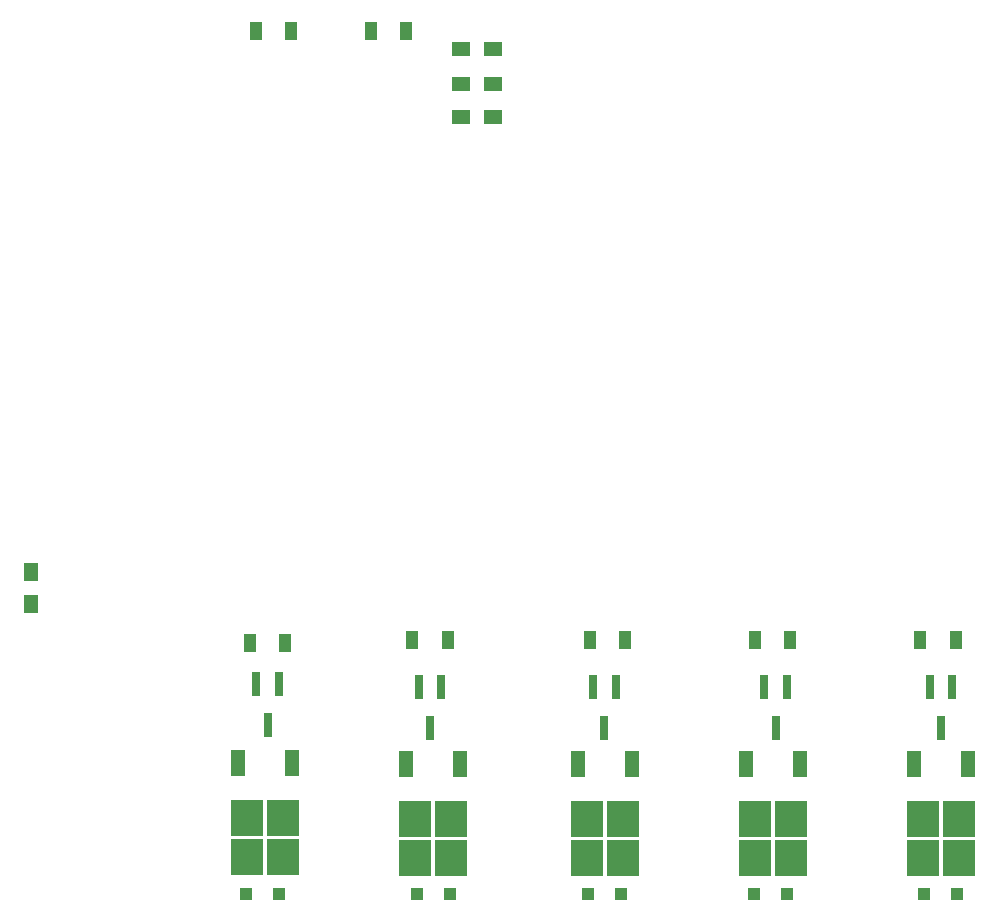
<source format=gtp>
G04 #@! TF.GenerationSoftware,KiCad,Pcbnew,(5.0.0-rc2-dev-340-g7483a73a5)*
G04 #@! TF.CreationDate,2018-04-20T20:10:20+02:00*
G04 #@! TF.ProjectId,PWRCTRLBRD,5057524354524C4252442E6B69636164,rev?*
G04 #@! TF.SameCoordinates,Original*
G04 #@! TF.FileFunction,Paste,Top*
G04 #@! TF.FilePolarity,Positive*
%FSLAX46Y46*%
G04 Gerber Fmt 4.6, Leading zero omitted, Abs format (unit mm)*
G04 Created by KiCad (PCBNEW (5.0.0-rc2-dev-340-g7483a73a5)) date 04/20/18 20:10:20*
%MOMM*%
%LPD*%
G01*
G04 APERTURE LIST*
%ADD10R,1.200000X2.200000*%
%ADD11R,2.750000X3.050000*%
%ADD12R,1.300000X1.500000*%
%ADD13R,1.500000X1.300000*%
%ADD14R,1.100000X1.100000*%
%ADD15R,1.000000X1.600000*%
%ADD16R,0.650000X2.000000*%
G04 APERTURE END LIST*
D10*
X140854000Y-140142000D03*
X136294000Y-140142000D03*
D11*
X137049000Y-148117000D03*
X140099000Y-144767000D03*
X140099000Y-148117000D03*
X137049000Y-144767000D03*
D10*
X155129000Y-140217000D03*
X150569000Y-140217000D03*
D11*
X151324000Y-148192000D03*
X154374000Y-144842000D03*
X154374000Y-148192000D03*
X151324000Y-144842000D03*
D10*
X169629000Y-140217000D03*
X165069000Y-140217000D03*
D11*
X165824000Y-148192000D03*
X168874000Y-144842000D03*
X168874000Y-148192000D03*
X165824000Y-144842000D03*
D10*
X183854000Y-140242000D03*
X179294000Y-140242000D03*
D11*
X180049000Y-148217000D03*
X183099000Y-144867000D03*
X183099000Y-148217000D03*
X180049000Y-144867000D03*
D10*
X198079000Y-140217000D03*
X193519000Y-140217000D03*
D11*
X194274000Y-148192000D03*
X197324000Y-144842000D03*
X197324000Y-148192000D03*
X194274000Y-144842000D03*
D12*
X118824000Y-126642000D03*
X118824000Y-123942000D03*
D13*
X155224000Y-79692000D03*
X157924000Y-79692000D03*
X155224000Y-82692000D03*
X157924000Y-82692000D03*
X155224000Y-85442000D03*
X157924000Y-85442000D03*
D14*
X136974000Y-151192000D03*
X139774000Y-151192000D03*
X154274000Y-151192000D03*
X151474000Y-151192000D03*
X168724000Y-151192000D03*
X165924000Y-151192000D03*
X182774000Y-151192000D03*
X179974000Y-151192000D03*
X197224000Y-151192000D03*
X194424000Y-151192000D03*
D15*
X140824000Y-78192000D03*
X137824000Y-78192000D03*
X147574000Y-78192000D03*
X150574000Y-78192000D03*
D16*
X138824000Y-136902000D03*
X137874000Y-133482000D03*
X139774000Y-133482000D03*
X153524000Y-133732000D03*
X151624000Y-133732000D03*
X152574000Y-137152000D03*
X168274000Y-133732000D03*
X166374000Y-133732000D03*
X167324000Y-137152000D03*
X181824000Y-137152000D03*
X180874000Y-133732000D03*
X182774000Y-133732000D03*
X195824000Y-137152000D03*
X194874000Y-133732000D03*
X196774000Y-133732000D03*
D15*
X140324000Y-129942000D03*
X137324000Y-129942000D03*
X151074000Y-129692000D03*
X154074000Y-129692000D03*
X169074000Y-129692000D03*
X166074000Y-129692000D03*
X180074000Y-129692000D03*
X183074000Y-129692000D03*
X197074000Y-129692000D03*
X194074000Y-129692000D03*
M02*

</source>
